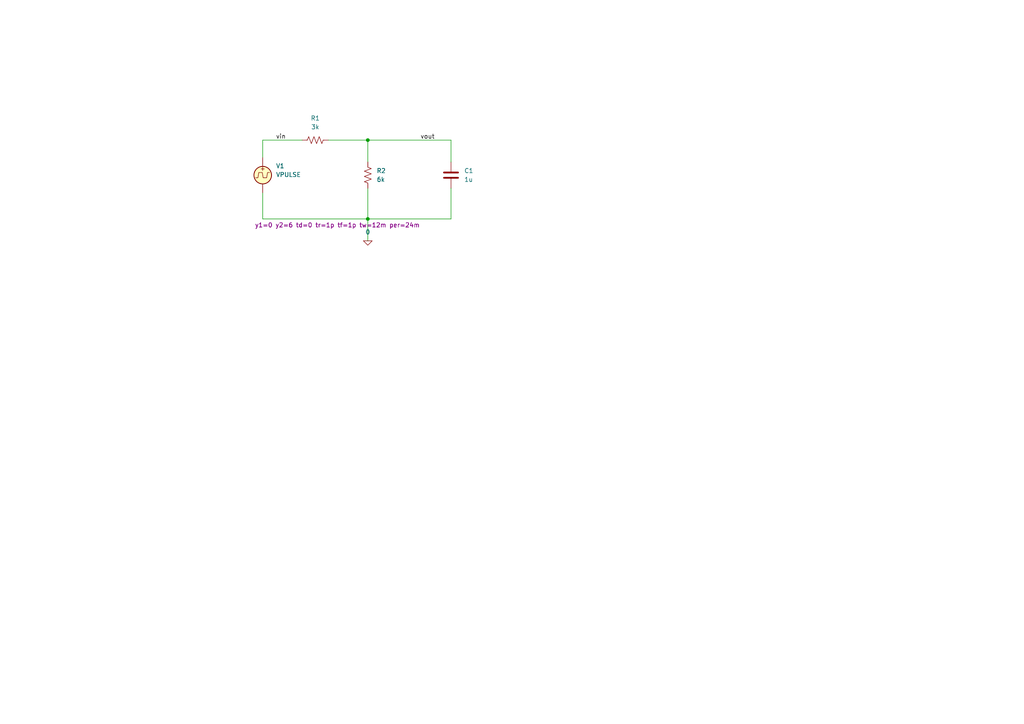
<source format=kicad_sch>
(kicad_sch (version 20250114) (generator "eeschema") (generator_version "9.0")
  (paper "A4")
  (lib_symbols
    (symbol "Device:C" (pin_numbers (hide yes)) (pin_names (offset 0.254))
      (property "Reference" "C" (at 0.635 2.54 0))
      (property "Value" "C" (at 0.635 -2.54 0))
      (symbol "C_0_1"
        (polyline (pts (xy -2.032 0.762) (xy 2.032 0.762)) (stroke (width 0.508)))
        (polyline (pts (xy -2.032 -0.762) (xy 2.032 -0.762)) (stroke (width 0.508)))
      )
      (symbol "C_1_1"
        (pin passive line (at 0 3.81 270) (length 2.794) (name "~") (number "1"))
        (pin passive line (at 0 -3.81 90) (length 2.794) (name "~") (number "2"))
      )
    )
    (symbol "Device:R_US" (pin_numbers (hide yes)) (pin_names (offset 0))
      (property "Reference" "R" (at 2.54 0 90))
      (property "Value" "R_US" (at -2.54 0 90))
      (symbol "R_US_0_1"
        (polyline (pts (xy 0 2.286) (xy 0 2.54)))
        (polyline (pts (xy 0 2.286) (xy 1.016 1.905) (xy 0 1.524) (xy -1.016 1.143) (xy 0 0.762)))
        (polyline (pts (xy 0 0.762) (xy 1.016 0.381) (xy 0 0) (xy -1.016 -0.381) (xy 0 -0.762)))
        (polyline (pts (xy 0 -0.762) (xy 1.016 -1.143) (xy 0 -1.524) (xy -1.016 -1.905) (xy 0 -2.286)))
        (polyline (pts (xy 0 -2.286) (xy 0 -2.54)))
      )
      (symbol "R_US_1_1"
        (pin passive line (at 0 3.81 270) (length 1.27) (name "~") (number "1"))
        (pin passive line (at 0 -3.81 90) (length 1.27) (name "~") (number "2"))
      )
    )
    (symbol "Simulation_SPICE:0" (power) (pin_numbers (hide yes)) (pin_names (offset 0) (hide yes))
      (property "Value" "0" (at 0 -2.54 0))
      (symbol "0_0_1"
        (polyline (pts (xy -1.27 0) (xy 0 -1.27) (xy 1.27 0) (xy -1.27 0)))
      )
      (symbol "0_1_1"
        (pin power_in line (at 0 0 0) (length 0) (name "~") (number "1"))
      )
    )
    (symbol "Simulation_SPICE:VPULSE" (pin_numbers (hide yes)) (pin_names (offset 0.0254))
      (property "Reference" "V" (at 2.54 2.54 0))
      (property "Value" "VPULSE" (at 2.54 0 0))
      (property "Sim.Params" "y1=0 y2=1 td=2n tr=2n tf=2n tw=50n per=100n" (at 2.54 -2.54 0))
      (symbol "VPULSE_0_0"
        (polyline (pts (xy -2.032 -0.762) (xy -1.397 -0.762) (xy -1.143 0.762) (xy -0.127 0.762) (xy 0.127 -0.762) (xy 1.143 -0.762) (xy 1.397 0.762) (xy 2.032 0.762)))
        (text "+" (at 0 1.905 0) (effects (font (size 1.27 1.27))))
      )
      (symbol "VPULSE_0_1"
        (circle (center 0 0) (radius 2.54) (stroke (width 0.254)) (fill (type background)))
      )
      (symbol "VPULSE_1_1"
        (pin passive line (at 0 5.08 270) (length 2.54) (name "~") (number "1"))
        (pin passive line (at 0 -5.08 90) (length 2.54) (name "~") (number "2"))
      )
    )
  )
  (junction (at 106.68 40.64))
  (junction (at 106.68 63.5))
  (wire (pts (xy 130.81 63.5) (xy 106.68 63.5)))
  (wire (pts (xy 76.2 45.72) (xy 76.2 40.64)))
  (wire (pts (xy 76.2 63.5) (xy 76.2 55.88)))
  (wire (pts (xy 76.2 40.64) (xy 87.63 40.64)))
  (wire (pts (xy 106.68 63.5) (xy 106.68 69.85)))
  (wire (pts (xy 106.68 40.64) (xy 106.68 46.99)))
  (wire (pts (xy 130.81 54.61) (xy 130.81 63.5)))
  (wire (pts (xy 106.68 63.5) (xy 76.2 63.5)))
  (wire (pts (xy 130.81 40.64) (xy 130.81 46.99)))
  (wire (pts (xy 106.68 40.64) (xy 130.81 40.64)))
  (wire (pts (xy 106.68 54.61) (xy 106.68 63.5)))
  (wire (pts (xy 95.25 40.64) (xy 106.68 40.64)))
  (label "vout" (at 121.92 40.64 0))
  (label "vin" (at 80.01 40.64 0))
  (symbol (lib_id "Device:R_US") (at 91.44 40.64 270) (unit 1)
    (property "Reference" "R1" (at 91.44 34.29 90))
    (property "Value" "3k" (at 91.44 36.83 90))
    (property "Description" "Resistor, US symbol" (effects (hide yes)))
  )
  (symbol (lib_id "Simulation_SPICE:VPULSE") (at 76.2 50.8 0) (unit 1)
    (property "Reference" "V1" (at 80.01 48.1301 0) (effects (justify left)))
    (property "Value" "VPULSE" (at 80.01 50.6701 0) (effects (justify left)))
    (property "Datasheet" "https://ngspice.sourceforge.io/docs/ngspice-html-manual/manual.xhtml#sec_Independent_Sources_for" (effects (hide yes)))
    (property "Description" "Voltage source, pulse" (effects (hide yes)))
    (property "Sim.Pins" "1=+ 2=-" (effects (hide yes)))
    (property "Sim.Type" "PULSE" (effects (hide yes)))
    (property "Sim.Device" "V" (effects (hide yes)))
    (property "Sim.Params" "y1=0 y2=6 td=0 tr=1p tf=1p tw=12m per=24m" (at 73.914 65.278 0) (effects (justify left)))
  )
  (symbol (lib_id "Device:C") (at 130.81 50.8 0) (unit 1)
    (property "Reference" "C1" (at 134.62 49.5299 0) (effects (justify left)))
    (property "Value" "1u" (at 134.62 52.0699 0) (effects (justify left)))
    (property "Description" "Unpolarized capacitor" (effects (hide yes)))
  )
  (symbol (lib_id "Device:R_US") (at 106.68 50.8 0) (unit 1)
    (property "Reference" "R2" (at 109.22 49.5299 0) (effects (justify left)))
    (property "Value" "6k" (at 109.22 52.0699 0) (effects (justify left)))
    (property "Description" "Resistor, US symbol" (effects (hide yes)))
  )
  (symbol (lib_id "Simulation_SPICE:0") (at 106.68 69.85 0) (unit 1)
    (property "Reference" "#GND01" (effects (hide yes)))
    (property "Value" "0" (at 106.68 67.31 0))
    (property "Datasheet" "https://ngspice.sourceforge.io/docs/ngspice-html-manual/manual.xhtml#subsec_Circuit_elements__device" (effects (hide yes)))
    (property "Description" "0V reference potential for simulation" (effects (hide yes)))
  )
)
</source>
